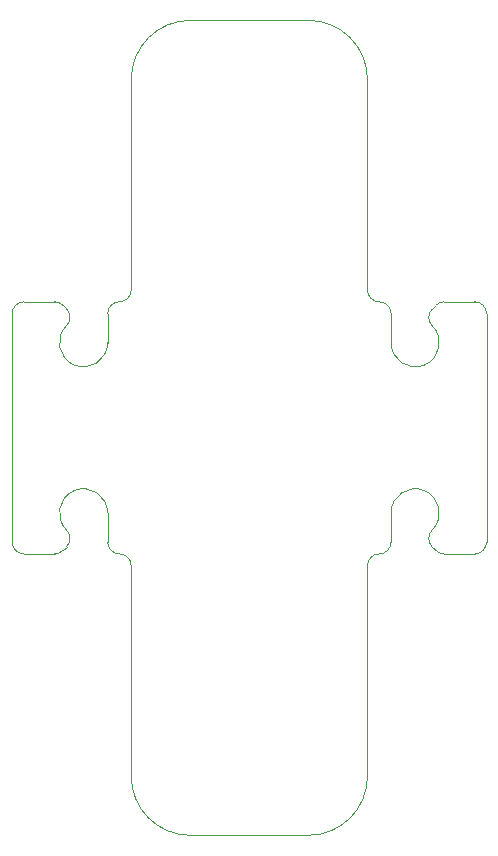
<source format=gbr>
G04 #@! TF.GenerationSoftware,KiCad,Pcbnew,5.1.4+dfsg1-1*
G04 #@! TF.CreationDate,2021-01-09T21:35:19+00:00*
G04 #@! TF.ProjectId,bike-light-board,62696b65-2d6c-4696-9768-742d626f6172,rev?*
G04 #@! TF.SameCoordinates,Original*
G04 #@! TF.FileFunction,Profile,NP*
%FSLAX46Y46*%
G04 Gerber Fmt 4.6, Leading zero omitted, Abs format (unit mm)*
G04 Created by KiCad (PCBNEW 5.1.4+dfsg1-1) date 2021-01-09 21:35:19*
%MOMM*%
%LPD*%
G04 APERTURE LIST*
%ADD10C,0.050000*%
G04 APERTURE END LIST*
D10*
X-16494213Y10670508D02*
G75*
G02X-15787106Y10377615I0J-1000000D01*
G01*
X-15477348Y10067855D02*
G75*
G02X-15480443Y8650561I-707106J-707106D01*
G01*
X-15477348Y10067856D02*
X-15787106Y10377615D01*
X-19079999Y-10670506D02*
G75*
G02X-20079999Y-9670506I0J1000000D01*
G01*
X-19079999Y-10670506D02*
X-16494213Y-10670506D01*
X10000000Y-29499999D02*
X10000000Y-11670506D01*
X-15787106Y-10377613D02*
G75*
G02X-16494213Y-10670506I-707107J707107D01*
G01*
X9999999Y-11670505D02*
G75*
G02X11000000Y-10670506I1000000J-1D01*
G01*
X-15787106Y-10377613D02*
X-15477348Y-10067854D01*
X12000000Y-9670506D02*
G75*
G02X11000000Y-10670506I-1000000J0D01*
G01*
X-15480442Y-8650559D02*
G75*
G02X-15477348Y-10067854I-704012J-710188D01*
G01*
X12000000Y-9670506D02*
X12000000Y-7199998D01*
X-15480442Y-8650558D02*
G75*
G02X-11999999Y-7199998I1437943J1450560D01*
G01*
X15787106Y10377615D02*
X15477348Y10067856D01*
X-12000000Y7200001D02*
G75*
G02X-15480443Y8650561I-2042500J0D01*
G01*
X-20079999Y9670508D02*
X-20079999Y-9670506D01*
X-20079999Y9670508D02*
G75*
G02X-19079999Y10670508I1000000J0D01*
G01*
X-16494213Y10670508D02*
X-19079999Y10670508D01*
X15787106Y10377615D02*
G75*
G02X16494213Y10670508I707107J-707107D01*
G01*
X19079999Y10670508D02*
X16494213Y10670508D01*
X19079999Y10670508D02*
G75*
G02X20079999Y9670508I0J-1000000D01*
G01*
X10000000Y-29499999D02*
G75*
G02X5000000Y-34499999I-5000000J0D01*
G01*
X20079999Y-9670506D02*
X20079999Y9670508D01*
X-5000000Y-34499999D02*
X5000000Y-34499999D01*
X20079999Y-9670506D02*
G75*
G02X19079999Y-10670506I-1000000J0D01*
G01*
X-5000000Y-34499999D02*
G75*
G02X-10000000Y-29499999I0J5000000D01*
G01*
X16494213Y-10670506D02*
X19079999Y-10670506D01*
X-10000000Y-11670506D02*
X-10000000Y-29499999D01*
X16494213Y-10670506D02*
G75*
G02X15787106Y-10377613I0J1000000D01*
G01*
X-11000000Y-10670506D02*
G75*
G02X-10000000Y-11670506I0J-1000000D01*
G01*
X15477348Y-10067854D02*
X15787106Y-10377613D01*
X-10999999Y-10670506D02*
G75*
G02X-11999999Y-9670506I0J1000000D01*
G01*
X15480442Y8650561D02*
G75*
G02X15477348Y10067856I704012J710188D01*
G01*
X15480443Y8650561D02*
G75*
G02X12000000Y7200001I-1437943J-1450560D01*
G01*
X-10000000Y29500000D02*
G75*
G02X-5000000Y34500000I5000000J0D01*
G01*
X-10000000Y29500000D02*
X-10000000Y11670508D01*
X-11999999Y9670508D02*
X-11999999Y7200001D01*
X4999999Y34500001D02*
G75*
G02X10000000Y29500000I0J-5000001D01*
G01*
X4999999Y34500000D02*
X-5000000Y34500000D01*
X-9999999Y11670508D02*
G75*
G02X-10999999Y10670508I-1000000J0D01*
G01*
X15477348Y-10067853D02*
G75*
G02X15480443Y-8650559I707106J707106D01*
G01*
X-11999999Y-7199998D02*
X-11999999Y-9670506D01*
X12000000Y-7199997D02*
G75*
G02X15480443Y-8650559I2042500J-1D01*
G01*
X12000000Y7200001D02*
X12000000Y9670508D01*
X10999999Y10670508D02*
G75*
G02X11999999Y9670508I0J-1000000D01*
G01*
X11000000Y10670508D02*
G75*
G02X10000000Y11670508I0J1000000D01*
G01*
X10000000Y11670508D02*
X10000000Y29500001D01*
X-11999999Y9670508D02*
G75*
G02X-10999999Y10670508I1000000J0D01*
G01*
M02*

</source>
